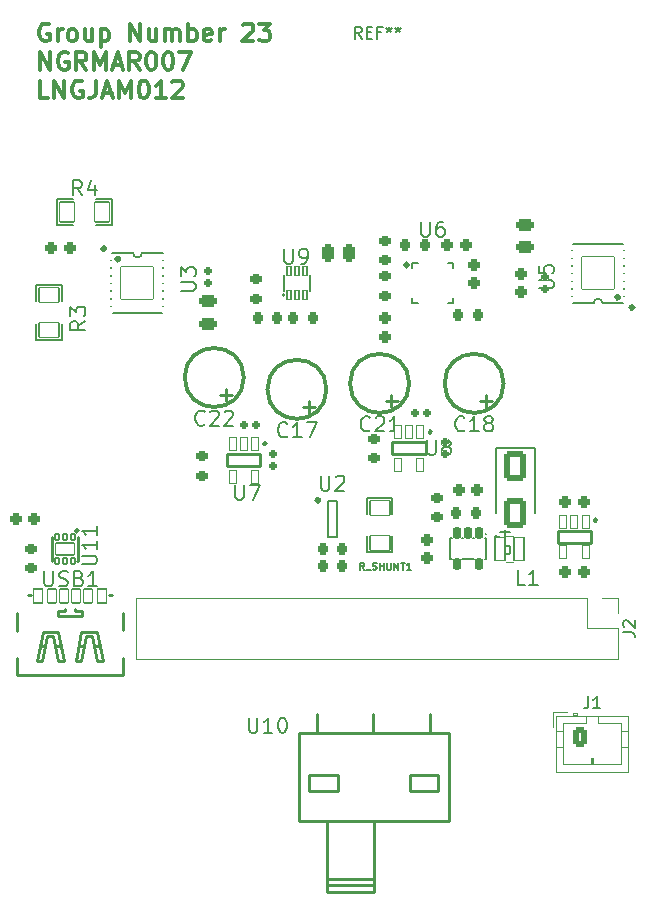
<source format=gbr>
%TF.GenerationSoftware,KiCad,Pcbnew,9.0.0*%
%TF.CreationDate,2025-03-28T12:19:00+02:00*%
%TF.ProjectId,EEE3088F_V1.0,45454533-3038-4384-965f-56312e302e6b,rev?*%
%TF.SameCoordinates,Original*%
%TF.FileFunction,Legend,Top*%
%TF.FilePolarity,Positive*%
%FSLAX46Y46*%
G04 Gerber Fmt 4.6, Leading zero omitted, Abs format (unit mm)*
G04 Created by KiCad (PCBNEW 9.0.0) date 2025-03-28 12:19:00*
%MOMM*%
%LPD*%
G01*
G04 APERTURE LIST*
G04 Aperture macros list*
%AMRoundRect*
0 Rectangle with rounded corners*
0 $1 Rounding radius*
0 $2 $3 $4 $5 $6 $7 $8 $9 X,Y pos of 4 corners*
0 Add a 4 corners polygon primitive as box body*
4,1,4,$2,$3,$4,$5,$6,$7,$8,$9,$2,$3,0*
0 Add four circle primitives for the rounded corners*
1,1,$1+$1,$2,$3*
1,1,$1+$1,$4,$5*
1,1,$1+$1,$6,$7*
1,1,$1+$1,$8,$9*
0 Add four rect primitives between the rounded corners*
20,1,$1+$1,$2,$3,$4,$5,0*
20,1,$1+$1,$4,$5,$6,$7,0*
20,1,$1+$1,$6,$7,$8,$9,0*
20,1,$1+$1,$8,$9,$2,$3,0*%
%AMFreePoly0*
4,1,14,0.885355,0.885355,0.900000,0.850000,0.900000,-0.850000,0.885355,-0.885355,0.850000,-0.900000,-0.425000,-0.900000,-0.460355,-0.885355,-0.885355,-0.460355,-0.900000,-0.425000,-0.900000,0.850000,-0.885355,0.885355,-0.850000,0.900000,0.850000,0.900000,0.885355,0.885355,0.885355,0.885355,$1*%
G04 Aperture macros list end*
%ADD10C,0.300000*%
%ADD11C,0.150000*%
%ADD12C,0.152400*%
%ADD13C,0.254000*%
%ADD14C,0.120000*%
%ADD15C,0.248900*%
%ADD16C,0.101600*%
%ADD17C,0.200000*%
%ADD18C,0.250000*%
%ADD19C,0.152000*%
%ADD20C,3.200000*%
%ADD21RoundRect,0.219000X0.219000X0.294000X-0.219000X0.294000X-0.219000X-0.294000X0.219000X-0.294000X0*%
%ADD22RoundRect,0.150000X0.150000X-0.400000X0.150000X0.400000X-0.150000X0.400000X-0.150000X-0.400000X0*%
%ADD23RoundRect,0.244000X0.244000X0.269000X-0.244000X0.269000X-0.244000X-0.269000X0.244000X-0.269000X0*%
%ADD24RoundRect,0.050800X0.603750X0.850500X-0.603750X0.850500X-0.603750X-0.850500X0.603750X-0.850500X0*%
%ADD25O,1.401600X1.401600*%
%ADD26RoundRect,0.159000X0.189000X-0.159000X0.189000X0.159000X-0.189000X0.159000X-0.189000X-0.159000X0*%
%ADD27O,1.200000X1.750000*%
%ADD28RoundRect,0.250000X-0.350000X-0.625000X0.350000X-0.625000X0.350000X0.625000X-0.350000X0.625000X0*%
%ADD29RoundRect,0.244000X0.269000X-0.244000X0.269000X0.244000X-0.269000X0.244000X-0.269000X-0.244000X0*%
%ADD30RoundRect,0.219000X-0.294000X0.219000X-0.294000X-0.219000X0.294000X-0.219000X0.294000X0.219000X0*%
%ADD31RoundRect,0.050800X0.311150X0.552450X-0.311150X0.552450X-0.311150X-0.552450X0.311150X-0.552450X0*%
%ADD32RoundRect,0.265778X-0.647222X0.332222X-0.647222X-0.332222X0.647222X-0.332222X0.647222X0.332222X0*%
%ADD33RoundRect,0.159000X0.159000X0.189000X-0.159000X0.189000X-0.159000X-0.189000X0.159000X-0.189000X0*%
%ADD34RoundRect,0.050800X-0.425000X-1.000000X0.425000X-1.000000X0.425000X1.000000X-0.425000X1.000000X0*%
%ADD35RoundRect,0.050800X-0.175000X-0.390000X0.175000X-0.390000X0.175000X0.390000X-0.175000X0.390000X0*%
%ADD36RoundRect,0.050800X-0.400000X-0.600000X0.400000X-0.600000X0.400000X0.600000X-0.400000X0.600000X0*%
%ADD37RoundRect,0.050800X-0.350000X-0.600000X0.350000X-0.600000X0.350000X0.600000X-0.350000X0.600000X0*%
%ADD38O,1.201600X1.801600*%
%ADD39RoundRect,0.050800X0.800000X-0.500000X0.800000X0.500000X-0.800000X0.500000X-0.800000X-0.500000X0*%
%ADD40RoundRect,0.050800X-0.175000X-0.250000X0.175000X-0.250000X0.175000X0.250000X-0.175000X0.250000X0*%
%ADD41RoundRect,0.050800X-1.370000X1.370000X-1.370000X-1.370000X1.370000X-1.370000X1.370000X1.370000X0*%
%ADD42O,1.401600X0.451600*%
%ADD43C,0.609600*%
%ADD44RoundRect,0.050800X0.850500X-0.603750X0.850500X0.603750X-0.850500X0.603750X-0.850500X-0.603750X0*%
%ADD45RoundRect,0.260556X-0.677444X1.027444X-0.677444X-1.027444X0.677444X-1.027444X0.677444X1.027444X0*%
%ADD46RoundRect,0.219000X0.294000X-0.219000X0.294000X0.219000X-0.294000X0.219000X-0.294000X-0.219000X0*%
%ADD47RoundRect,0.244000X-0.269000X0.244000X-0.269000X-0.244000X0.269000X-0.244000X0.269000X0.244000X0*%
%ADD48RoundRect,0.265778X0.647222X-0.332222X0.647222X0.332222X-0.647222X0.332222X-0.647222X-0.332222X0*%
%ADD49RoundRect,0.269000X-0.494000X0.269000X-0.494000X-0.269000X0.494000X-0.269000X0.494000X0.269000X0*%
%ADD50O,1.700000X1.700000*%
%ADD51R,1.700000X1.700000*%
%ADD52RoundRect,0.219000X-0.219000X-0.294000X0.219000X-0.294000X0.219000X0.294000X-0.219000X0.294000X0*%
%ADD53RoundRect,0.267317X-0.280683X-0.470683X0.280683X-0.470683X0.280683X0.470683X-0.280683X0.470683X0*%
%ADD54O,1.353600X0.465600*%
%ADD55FreePoly0,270.000000*%
%ADD56O,0.380000X0.950000*%
%ADD57O,0.950000X0.380000*%
%ADD58RoundRect,0.159000X-0.189000X0.159000X-0.189000X-0.159000X0.189000X-0.159000X0.189000X0.159000X0*%
%ADD59RoundRect,0.269000X0.494000X-0.269000X0.494000X0.269000X-0.494000X0.269000X-0.494000X-0.269000X0*%
%ADD60RoundRect,0.050800X-0.850500X0.603750X-0.850500X-0.603750X0.850500X-0.603750X0.850500X0.603750X0*%
%ADD61O,1.800000X3.000000*%
%ADD62RoundRect,0.050800X1.370000X-1.370000X1.370000X1.370000X-1.370000X1.370000X-1.370000X-1.370000X0*%
G04 APERTURE END LIST*
D10*
X63030225Y-192602425D02*
X62887368Y-192530996D01*
X62887368Y-192530996D02*
X62673082Y-192530996D01*
X62673082Y-192530996D02*
X62458796Y-192602425D01*
X62458796Y-192602425D02*
X62315939Y-192745282D01*
X62315939Y-192745282D02*
X62244510Y-192888139D01*
X62244510Y-192888139D02*
X62173082Y-193173853D01*
X62173082Y-193173853D02*
X62173082Y-193388139D01*
X62173082Y-193388139D02*
X62244510Y-193673853D01*
X62244510Y-193673853D02*
X62315939Y-193816710D01*
X62315939Y-193816710D02*
X62458796Y-193959568D01*
X62458796Y-193959568D02*
X62673082Y-194030996D01*
X62673082Y-194030996D02*
X62815939Y-194030996D01*
X62815939Y-194030996D02*
X63030225Y-193959568D01*
X63030225Y-193959568D02*
X63101653Y-193888139D01*
X63101653Y-193888139D02*
X63101653Y-193388139D01*
X63101653Y-193388139D02*
X62815939Y-193388139D01*
X63744510Y-194030996D02*
X63744510Y-193030996D01*
X63744510Y-193316710D02*
X63815939Y-193173853D01*
X63815939Y-193173853D02*
X63887368Y-193102425D01*
X63887368Y-193102425D02*
X64030225Y-193030996D01*
X64030225Y-193030996D02*
X64173082Y-193030996D01*
X64887367Y-194030996D02*
X64744510Y-193959568D01*
X64744510Y-193959568D02*
X64673081Y-193888139D01*
X64673081Y-193888139D02*
X64601653Y-193745282D01*
X64601653Y-193745282D02*
X64601653Y-193316710D01*
X64601653Y-193316710D02*
X64673081Y-193173853D01*
X64673081Y-193173853D02*
X64744510Y-193102425D01*
X64744510Y-193102425D02*
X64887367Y-193030996D01*
X64887367Y-193030996D02*
X65101653Y-193030996D01*
X65101653Y-193030996D02*
X65244510Y-193102425D01*
X65244510Y-193102425D02*
X65315939Y-193173853D01*
X65315939Y-193173853D02*
X65387367Y-193316710D01*
X65387367Y-193316710D02*
X65387367Y-193745282D01*
X65387367Y-193745282D02*
X65315939Y-193888139D01*
X65315939Y-193888139D02*
X65244510Y-193959568D01*
X65244510Y-193959568D02*
X65101653Y-194030996D01*
X65101653Y-194030996D02*
X64887367Y-194030996D01*
X66673082Y-193030996D02*
X66673082Y-194030996D01*
X66030224Y-193030996D02*
X66030224Y-193816710D01*
X66030224Y-193816710D02*
X66101653Y-193959568D01*
X66101653Y-193959568D02*
X66244510Y-194030996D01*
X66244510Y-194030996D02*
X66458796Y-194030996D01*
X66458796Y-194030996D02*
X66601653Y-193959568D01*
X66601653Y-193959568D02*
X66673082Y-193888139D01*
X67387367Y-193030996D02*
X67387367Y-194530996D01*
X67387367Y-193102425D02*
X67530225Y-193030996D01*
X67530225Y-193030996D02*
X67815939Y-193030996D01*
X67815939Y-193030996D02*
X67958796Y-193102425D01*
X67958796Y-193102425D02*
X68030225Y-193173853D01*
X68030225Y-193173853D02*
X68101653Y-193316710D01*
X68101653Y-193316710D02*
X68101653Y-193745282D01*
X68101653Y-193745282D02*
X68030225Y-193888139D01*
X68030225Y-193888139D02*
X67958796Y-193959568D01*
X67958796Y-193959568D02*
X67815939Y-194030996D01*
X67815939Y-194030996D02*
X67530225Y-194030996D01*
X67530225Y-194030996D02*
X67387367Y-193959568D01*
X69887367Y-194030996D02*
X69887367Y-192530996D01*
X69887367Y-192530996D02*
X70744510Y-194030996D01*
X70744510Y-194030996D02*
X70744510Y-192530996D01*
X72101654Y-193030996D02*
X72101654Y-194030996D01*
X71458796Y-193030996D02*
X71458796Y-193816710D01*
X71458796Y-193816710D02*
X71530225Y-193959568D01*
X71530225Y-193959568D02*
X71673082Y-194030996D01*
X71673082Y-194030996D02*
X71887368Y-194030996D01*
X71887368Y-194030996D02*
X72030225Y-193959568D01*
X72030225Y-193959568D02*
X72101654Y-193888139D01*
X72815939Y-194030996D02*
X72815939Y-193030996D01*
X72815939Y-193173853D02*
X72887368Y-193102425D01*
X72887368Y-193102425D02*
X73030225Y-193030996D01*
X73030225Y-193030996D02*
X73244511Y-193030996D01*
X73244511Y-193030996D02*
X73387368Y-193102425D01*
X73387368Y-193102425D02*
X73458797Y-193245282D01*
X73458797Y-193245282D02*
X73458797Y-194030996D01*
X73458797Y-193245282D02*
X73530225Y-193102425D01*
X73530225Y-193102425D02*
X73673082Y-193030996D01*
X73673082Y-193030996D02*
X73887368Y-193030996D01*
X73887368Y-193030996D02*
X74030225Y-193102425D01*
X74030225Y-193102425D02*
X74101654Y-193245282D01*
X74101654Y-193245282D02*
X74101654Y-194030996D01*
X74815939Y-194030996D02*
X74815939Y-192530996D01*
X74815939Y-193102425D02*
X74958797Y-193030996D01*
X74958797Y-193030996D02*
X75244511Y-193030996D01*
X75244511Y-193030996D02*
X75387368Y-193102425D01*
X75387368Y-193102425D02*
X75458797Y-193173853D01*
X75458797Y-193173853D02*
X75530225Y-193316710D01*
X75530225Y-193316710D02*
X75530225Y-193745282D01*
X75530225Y-193745282D02*
X75458797Y-193888139D01*
X75458797Y-193888139D02*
X75387368Y-193959568D01*
X75387368Y-193959568D02*
X75244511Y-194030996D01*
X75244511Y-194030996D02*
X74958797Y-194030996D01*
X74958797Y-194030996D02*
X74815939Y-193959568D01*
X76744511Y-193959568D02*
X76601654Y-194030996D01*
X76601654Y-194030996D02*
X76315940Y-194030996D01*
X76315940Y-194030996D02*
X76173082Y-193959568D01*
X76173082Y-193959568D02*
X76101654Y-193816710D01*
X76101654Y-193816710D02*
X76101654Y-193245282D01*
X76101654Y-193245282D02*
X76173082Y-193102425D01*
X76173082Y-193102425D02*
X76315940Y-193030996D01*
X76315940Y-193030996D02*
X76601654Y-193030996D01*
X76601654Y-193030996D02*
X76744511Y-193102425D01*
X76744511Y-193102425D02*
X76815940Y-193245282D01*
X76815940Y-193245282D02*
X76815940Y-193388139D01*
X76815940Y-193388139D02*
X76101654Y-193530996D01*
X77458796Y-194030996D02*
X77458796Y-193030996D01*
X77458796Y-193316710D02*
X77530225Y-193173853D01*
X77530225Y-193173853D02*
X77601654Y-193102425D01*
X77601654Y-193102425D02*
X77744511Y-193030996D01*
X77744511Y-193030996D02*
X77887368Y-193030996D01*
X79458796Y-192673853D02*
X79530224Y-192602425D01*
X79530224Y-192602425D02*
X79673082Y-192530996D01*
X79673082Y-192530996D02*
X80030224Y-192530996D01*
X80030224Y-192530996D02*
X80173082Y-192602425D01*
X80173082Y-192602425D02*
X80244510Y-192673853D01*
X80244510Y-192673853D02*
X80315939Y-192816710D01*
X80315939Y-192816710D02*
X80315939Y-192959568D01*
X80315939Y-192959568D02*
X80244510Y-193173853D01*
X80244510Y-193173853D02*
X79387367Y-194030996D01*
X79387367Y-194030996D02*
X80315939Y-194030996D01*
X80815938Y-192530996D02*
X81744510Y-192530996D01*
X81744510Y-192530996D02*
X81244510Y-193102425D01*
X81244510Y-193102425D02*
X81458795Y-193102425D01*
X81458795Y-193102425D02*
X81601653Y-193173853D01*
X81601653Y-193173853D02*
X81673081Y-193245282D01*
X81673081Y-193245282D02*
X81744510Y-193388139D01*
X81744510Y-193388139D02*
X81744510Y-193745282D01*
X81744510Y-193745282D02*
X81673081Y-193888139D01*
X81673081Y-193888139D02*
X81601653Y-193959568D01*
X81601653Y-193959568D02*
X81458795Y-194030996D01*
X81458795Y-194030996D02*
X81030224Y-194030996D01*
X81030224Y-194030996D02*
X80887367Y-193959568D01*
X80887367Y-193959568D02*
X80815938Y-193888139D01*
X62244510Y-196445912D02*
X62244510Y-194945912D01*
X62244510Y-194945912D02*
X63101653Y-196445912D01*
X63101653Y-196445912D02*
X63101653Y-194945912D01*
X64601654Y-195017341D02*
X64458797Y-194945912D01*
X64458797Y-194945912D02*
X64244511Y-194945912D01*
X64244511Y-194945912D02*
X64030225Y-195017341D01*
X64030225Y-195017341D02*
X63887368Y-195160198D01*
X63887368Y-195160198D02*
X63815939Y-195303055D01*
X63815939Y-195303055D02*
X63744511Y-195588769D01*
X63744511Y-195588769D02*
X63744511Y-195803055D01*
X63744511Y-195803055D02*
X63815939Y-196088769D01*
X63815939Y-196088769D02*
X63887368Y-196231626D01*
X63887368Y-196231626D02*
X64030225Y-196374484D01*
X64030225Y-196374484D02*
X64244511Y-196445912D01*
X64244511Y-196445912D02*
X64387368Y-196445912D01*
X64387368Y-196445912D02*
X64601654Y-196374484D01*
X64601654Y-196374484D02*
X64673082Y-196303055D01*
X64673082Y-196303055D02*
X64673082Y-195803055D01*
X64673082Y-195803055D02*
X64387368Y-195803055D01*
X66173082Y-196445912D02*
X65673082Y-195731626D01*
X65315939Y-196445912D02*
X65315939Y-194945912D01*
X65315939Y-194945912D02*
X65887368Y-194945912D01*
X65887368Y-194945912D02*
X66030225Y-195017341D01*
X66030225Y-195017341D02*
X66101654Y-195088769D01*
X66101654Y-195088769D02*
X66173082Y-195231626D01*
X66173082Y-195231626D02*
X66173082Y-195445912D01*
X66173082Y-195445912D02*
X66101654Y-195588769D01*
X66101654Y-195588769D02*
X66030225Y-195660198D01*
X66030225Y-195660198D02*
X65887368Y-195731626D01*
X65887368Y-195731626D02*
X65315939Y-195731626D01*
X66815939Y-196445912D02*
X66815939Y-194945912D01*
X66815939Y-194945912D02*
X67315939Y-196017341D01*
X67315939Y-196017341D02*
X67815939Y-194945912D01*
X67815939Y-194945912D02*
X67815939Y-196445912D01*
X68458797Y-196017341D02*
X69173083Y-196017341D01*
X68315940Y-196445912D02*
X68815940Y-194945912D01*
X68815940Y-194945912D02*
X69315940Y-196445912D01*
X70673082Y-196445912D02*
X70173082Y-195731626D01*
X69815939Y-196445912D02*
X69815939Y-194945912D01*
X69815939Y-194945912D02*
X70387368Y-194945912D01*
X70387368Y-194945912D02*
X70530225Y-195017341D01*
X70530225Y-195017341D02*
X70601654Y-195088769D01*
X70601654Y-195088769D02*
X70673082Y-195231626D01*
X70673082Y-195231626D02*
X70673082Y-195445912D01*
X70673082Y-195445912D02*
X70601654Y-195588769D01*
X70601654Y-195588769D02*
X70530225Y-195660198D01*
X70530225Y-195660198D02*
X70387368Y-195731626D01*
X70387368Y-195731626D02*
X69815939Y-195731626D01*
X71601654Y-194945912D02*
X71744511Y-194945912D01*
X71744511Y-194945912D02*
X71887368Y-195017341D01*
X71887368Y-195017341D02*
X71958797Y-195088769D01*
X71958797Y-195088769D02*
X72030225Y-195231626D01*
X72030225Y-195231626D02*
X72101654Y-195517341D01*
X72101654Y-195517341D02*
X72101654Y-195874484D01*
X72101654Y-195874484D02*
X72030225Y-196160198D01*
X72030225Y-196160198D02*
X71958797Y-196303055D01*
X71958797Y-196303055D02*
X71887368Y-196374484D01*
X71887368Y-196374484D02*
X71744511Y-196445912D01*
X71744511Y-196445912D02*
X71601654Y-196445912D01*
X71601654Y-196445912D02*
X71458797Y-196374484D01*
X71458797Y-196374484D02*
X71387368Y-196303055D01*
X71387368Y-196303055D02*
X71315939Y-196160198D01*
X71315939Y-196160198D02*
X71244511Y-195874484D01*
X71244511Y-195874484D02*
X71244511Y-195517341D01*
X71244511Y-195517341D02*
X71315939Y-195231626D01*
X71315939Y-195231626D02*
X71387368Y-195088769D01*
X71387368Y-195088769D02*
X71458797Y-195017341D01*
X71458797Y-195017341D02*
X71601654Y-194945912D01*
X73030225Y-194945912D02*
X73173082Y-194945912D01*
X73173082Y-194945912D02*
X73315939Y-195017341D01*
X73315939Y-195017341D02*
X73387368Y-195088769D01*
X73387368Y-195088769D02*
X73458796Y-195231626D01*
X73458796Y-195231626D02*
X73530225Y-195517341D01*
X73530225Y-195517341D02*
X73530225Y-195874484D01*
X73530225Y-195874484D02*
X73458796Y-196160198D01*
X73458796Y-196160198D02*
X73387368Y-196303055D01*
X73387368Y-196303055D02*
X73315939Y-196374484D01*
X73315939Y-196374484D02*
X73173082Y-196445912D01*
X73173082Y-196445912D02*
X73030225Y-196445912D01*
X73030225Y-196445912D02*
X72887368Y-196374484D01*
X72887368Y-196374484D02*
X72815939Y-196303055D01*
X72815939Y-196303055D02*
X72744510Y-196160198D01*
X72744510Y-196160198D02*
X72673082Y-195874484D01*
X72673082Y-195874484D02*
X72673082Y-195517341D01*
X72673082Y-195517341D02*
X72744510Y-195231626D01*
X72744510Y-195231626D02*
X72815939Y-195088769D01*
X72815939Y-195088769D02*
X72887368Y-195017341D01*
X72887368Y-195017341D02*
X73030225Y-194945912D01*
X74030224Y-194945912D02*
X75030224Y-194945912D01*
X75030224Y-194945912D02*
X74387367Y-196445912D01*
X62958796Y-198860828D02*
X62244510Y-198860828D01*
X62244510Y-198860828D02*
X62244510Y-197360828D01*
X63458796Y-198860828D02*
X63458796Y-197360828D01*
X63458796Y-197360828D02*
X64315939Y-198860828D01*
X64315939Y-198860828D02*
X64315939Y-197360828D01*
X65815940Y-197432257D02*
X65673083Y-197360828D01*
X65673083Y-197360828D02*
X65458797Y-197360828D01*
X65458797Y-197360828D02*
X65244511Y-197432257D01*
X65244511Y-197432257D02*
X65101654Y-197575114D01*
X65101654Y-197575114D02*
X65030225Y-197717971D01*
X65030225Y-197717971D02*
X64958797Y-198003685D01*
X64958797Y-198003685D02*
X64958797Y-198217971D01*
X64958797Y-198217971D02*
X65030225Y-198503685D01*
X65030225Y-198503685D02*
X65101654Y-198646542D01*
X65101654Y-198646542D02*
X65244511Y-198789400D01*
X65244511Y-198789400D02*
X65458797Y-198860828D01*
X65458797Y-198860828D02*
X65601654Y-198860828D01*
X65601654Y-198860828D02*
X65815940Y-198789400D01*
X65815940Y-198789400D02*
X65887368Y-198717971D01*
X65887368Y-198717971D02*
X65887368Y-198217971D01*
X65887368Y-198217971D02*
X65601654Y-198217971D01*
X66958797Y-197360828D02*
X66958797Y-198432257D01*
X66958797Y-198432257D02*
X66887368Y-198646542D01*
X66887368Y-198646542D02*
X66744511Y-198789400D01*
X66744511Y-198789400D02*
X66530225Y-198860828D01*
X66530225Y-198860828D02*
X66387368Y-198860828D01*
X67601654Y-198432257D02*
X68315940Y-198432257D01*
X67458797Y-198860828D02*
X67958797Y-197360828D01*
X67958797Y-197360828D02*
X68458797Y-198860828D01*
X68958796Y-198860828D02*
X68958796Y-197360828D01*
X68958796Y-197360828D02*
X69458796Y-198432257D01*
X69458796Y-198432257D02*
X69958796Y-197360828D01*
X69958796Y-197360828D02*
X69958796Y-198860828D01*
X70958797Y-197360828D02*
X71101654Y-197360828D01*
X71101654Y-197360828D02*
X71244511Y-197432257D01*
X71244511Y-197432257D02*
X71315940Y-197503685D01*
X71315940Y-197503685D02*
X71387368Y-197646542D01*
X71387368Y-197646542D02*
X71458797Y-197932257D01*
X71458797Y-197932257D02*
X71458797Y-198289400D01*
X71458797Y-198289400D02*
X71387368Y-198575114D01*
X71387368Y-198575114D02*
X71315940Y-198717971D01*
X71315940Y-198717971D02*
X71244511Y-198789400D01*
X71244511Y-198789400D02*
X71101654Y-198860828D01*
X71101654Y-198860828D02*
X70958797Y-198860828D01*
X70958797Y-198860828D02*
X70815940Y-198789400D01*
X70815940Y-198789400D02*
X70744511Y-198717971D01*
X70744511Y-198717971D02*
X70673082Y-198575114D01*
X70673082Y-198575114D02*
X70601654Y-198289400D01*
X70601654Y-198289400D02*
X70601654Y-197932257D01*
X70601654Y-197932257D02*
X70673082Y-197646542D01*
X70673082Y-197646542D02*
X70744511Y-197503685D01*
X70744511Y-197503685D02*
X70815940Y-197432257D01*
X70815940Y-197432257D02*
X70958797Y-197360828D01*
X72887368Y-198860828D02*
X72030225Y-198860828D01*
X72458796Y-198860828D02*
X72458796Y-197360828D01*
X72458796Y-197360828D02*
X72315939Y-197575114D01*
X72315939Y-197575114D02*
X72173082Y-197717971D01*
X72173082Y-197717971D02*
X72030225Y-197789400D01*
X73458796Y-197503685D02*
X73530224Y-197432257D01*
X73530224Y-197432257D02*
X73673082Y-197360828D01*
X73673082Y-197360828D02*
X74030224Y-197360828D01*
X74030224Y-197360828D02*
X74173082Y-197432257D01*
X74173082Y-197432257D02*
X74244510Y-197503685D01*
X74244510Y-197503685D02*
X74315939Y-197646542D01*
X74315939Y-197646542D02*
X74315939Y-197789400D01*
X74315939Y-197789400D02*
X74244510Y-198003685D01*
X74244510Y-198003685D02*
X73387367Y-198860828D01*
X73387367Y-198860828D02*
X74315939Y-198860828D01*
D11*
X89476666Y-193804819D02*
X89143333Y-193328628D01*
X88905238Y-193804819D02*
X88905238Y-192804819D01*
X88905238Y-192804819D02*
X89286190Y-192804819D01*
X89286190Y-192804819D02*
X89381428Y-192852438D01*
X89381428Y-192852438D02*
X89429047Y-192900057D01*
X89429047Y-192900057D02*
X89476666Y-192995295D01*
X89476666Y-192995295D02*
X89476666Y-193138152D01*
X89476666Y-193138152D02*
X89429047Y-193233390D01*
X89429047Y-193233390D02*
X89381428Y-193281009D01*
X89381428Y-193281009D02*
X89286190Y-193328628D01*
X89286190Y-193328628D02*
X88905238Y-193328628D01*
X89905238Y-193281009D02*
X90238571Y-193281009D01*
X90381428Y-193804819D02*
X89905238Y-193804819D01*
X89905238Y-193804819D02*
X89905238Y-192804819D01*
X89905238Y-192804819D02*
X90381428Y-192804819D01*
X91143333Y-193281009D02*
X90810000Y-193281009D01*
X90810000Y-193804819D02*
X90810000Y-192804819D01*
X90810000Y-192804819D02*
X91286190Y-192804819D01*
X91810000Y-192804819D02*
X91810000Y-193042914D01*
X91571905Y-192947676D02*
X91810000Y-193042914D01*
X91810000Y-193042914D02*
X92048095Y-192947676D01*
X91667143Y-193233390D02*
X91810000Y-193042914D01*
X91810000Y-193042914D02*
X91952857Y-193233390D01*
X92571905Y-192804819D02*
X92571905Y-193042914D01*
X92333810Y-192947676D02*
X92571905Y-193042914D01*
X92571905Y-193042914D02*
X92810000Y-192947676D01*
X92429048Y-193233390D02*
X92571905Y-193042914D01*
X92571905Y-193042914D02*
X92714762Y-193233390D01*
X65788333Y-207079726D02*
X65364999Y-206474964D01*
X65062618Y-207079726D02*
X65062618Y-205809726D01*
X65062618Y-205809726D02*
X65546428Y-205809726D01*
X65546428Y-205809726D02*
X65667380Y-205870202D01*
X65667380Y-205870202D02*
X65727857Y-205930678D01*
X65727857Y-205930678D02*
X65788333Y-206051630D01*
X65788333Y-206051630D02*
X65788333Y-206233059D01*
X65788333Y-206233059D02*
X65727857Y-206354011D01*
X65727857Y-206354011D02*
X65667380Y-206414488D01*
X65667380Y-206414488D02*
X65546428Y-206474964D01*
X65546428Y-206474964D02*
X65062618Y-206474964D01*
X66876904Y-206233059D02*
X66876904Y-207079726D01*
X66574523Y-205749250D02*
X66272142Y-206656392D01*
X66272142Y-206656392D02*
X67058333Y-206656392D01*
X76183571Y-226443873D02*
X76123095Y-226504350D01*
X76123095Y-226504350D02*
X75941666Y-226564826D01*
X75941666Y-226564826D02*
X75820714Y-226564826D01*
X75820714Y-226564826D02*
X75639285Y-226504350D01*
X75639285Y-226504350D02*
X75518333Y-226383397D01*
X75518333Y-226383397D02*
X75457856Y-226262445D01*
X75457856Y-226262445D02*
X75397380Y-226020540D01*
X75397380Y-226020540D02*
X75397380Y-225839111D01*
X75397380Y-225839111D02*
X75457856Y-225597207D01*
X75457856Y-225597207D02*
X75518333Y-225476254D01*
X75518333Y-225476254D02*
X75639285Y-225355302D01*
X75639285Y-225355302D02*
X75820714Y-225294826D01*
X75820714Y-225294826D02*
X75941666Y-225294826D01*
X75941666Y-225294826D02*
X76123095Y-225355302D01*
X76123095Y-225355302D02*
X76183571Y-225415778D01*
X76667380Y-225415778D02*
X76727856Y-225355302D01*
X76727856Y-225355302D02*
X76848809Y-225294826D01*
X76848809Y-225294826D02*
X77151190Y-225294826D01*
X77151190Y-225294826D02*
X77272142Y-225355302D01*
X77272142Y-225355302D02*
X77332618Y-225415778D01*
X77332618Y-225415778D02*
X77393095Y-225536730D01*
X77393095Y-225536730D02*
X77393095Y-225657683D01*
X77393095Y-225657683D02*
X77332618Y-225839111D01*
X77332618Y-225839111D02*
X76606904Y-226564826D01*
X76606904Y-226564826D02*
X77393095Y-226564826D01*
X77876904Y-225415778D02*
X77937380Y-225355302D01*
X77937380Y-225355302D02*
X78058333Y-225294826D01*
X78058333Y-225294826D02*
X78360714Y-225294826D01*
X78360714Y-225294826D02*
X78481666Y-225355302D01*
X78481666Y-225355302D02*
X78542142Y-225415778D01*
X78542142Y-225415778D02*
X78602619Y-225536730D01*
X78602619Y-225536730D02*
X78602619Y-225657683D01*
X78602619Y-225657683D02*
X78542142Y-225839111D01*
X78542142Y-225839111D02*
X77816428Y-226564826D01*
X77816428Y-226564826D02*
X78602619Y-226564826D01*
X108666666Y-249504819D02*
X108666666Y-250219104D01*
X108666666Y-250219104D02*
X108619047Y-250361961D01*
X108619047Y-250361961D02*
X108523809Y-250457200D01*
X108523809Y-250457200D02*
X108380952Y-250504819D01*
X108380952Y-250504819D02*
X108285714Y-250504819D01*
X109666666Y-250504819D02*
X109095238Y-250504819D01*
X109380952Y-250504819D02*
X109380952Y-249504819D01*
X109380952Y-249504819D02*
X109285714Y-249647676D01*
X109285714Y-249647676D02*
X109190476Y-249742914D01*
X109190476Y-249742914D02*
X109095238Y-249790533D01*
X83183571Y-227443873D02*
X83123095Y-227504350D01*
X83123095Y-227504350D02*
X82941666Y-227564826D01*
X82941666Y-227564826D02*
X82820714Y-227564826D01*
X82820714Y-227564826D02*
X82639285Y-227504350D01*
X82639285Y-227504350D02*
X82518333Y-227383397D01*
X82518333Y-227383397D02*
X82457856Y-227262445D01*
X82457856Y-227262445D02*
X82397380Y-227020540D01*
X82397380Y-227020540D02*
X82397380Y-226839111D01*
X82397380Y-226839111D02*
X82457856Y-226597207D01*
X82457856Y-226597207D02*
X82518333Y-226476254D01*
X82518333Y-226476254D02*
X82639285Y-226355302D01*
X82639285Y-226355302D02*
X82820714Y-226294826D01*
X82820714Y-226294826D02*
X82941666Y-226294826D01*
X82941666Y-226294826D02*
X83123095Y-226355302D01*
X83123095Y-226355302D02*
X83183571Y-226415778D01*
X84393095Y-227564826D02*
X83667380Y-227564826D01*
X84030237Y-227564826D02*
X84030237Y-226294826D01*
X84030237Y-226294826D02*
X83909285Y-226476254D01*
X83909285Y-226476254D02*
X83788333Y-226597207D01*
X83788333Y-226597207D02*
X83667380Y-226657683D01*
X84816428Y-226294826D02*
X85663095Y-226294826D01*
X85663095Y-226294826D02*
X85118809Y-227564826D01*
X95032380Y-227809726D02*
X95032380Y-228837821D01*
X95032380Y-228837821D02*
X95092857Y-228958773D01*
X95092857Y-228958773D02*
X95153333Y-229019250D01*
X95153333Y-229019250D02*
X95274285Y-229079726D01*
X95274285Y-229079726D02*
X95516190Y-229079726D01*
X95516190Y-229079726D02*
X95637142Y-229019250D01*
X95637142Y-229019250D02*
X95697619Y-228958773D01*
X95697619Y-228958773D02*
X95758095Y-228837821D01*
X95758095Y-228837821D02*
X95758095Y-227809726D01*
X96544285Y-228354011D02*
X96423333Y-228293535D01*
X96423333Y-228293535D02*
X96362856Y-228233059D01*
X96362856Y-228233059D02*
X96302380Y-228112107D01*
X96302380Y-228112107D02*
X96302380Y-228051630D01*
X96302380Y-228051630D02*
X96362856Y-227930678D01*
X96362856Y-227930678D02*
X96423333Y-227870202D01*
X96423333Y-227870202D02*
X96544285Y-227809726D01*
X96544285Y-227809726D02*
X96786190Y-227809726D01*
X96786190Y-227809726D02*
X96907142Y-227870202D01*
X96907142Y-227870202D02*
X96967618Y-227930678D01*
X96967618Y-227930678D02*
X97028095Y-228051630D01*
X97028095Y-228051630D02*
X97028095Y-228112107D01*
X97028095Y-228112107D02*
X96967618Y-228233059D01*
X96967618Y-228233059D02*
X96907142Y-228293535D01*
X96907142Y-228293535D02*
X96786190Y-228354011D01*
X96786190Y-228354011D02*
X96544285Y-228354011D01*
X96544285Y-228354011D02*
X96423333Y-228414488D01*
X96423333Y-228414488D02*
X96362856Y-228474964D01*
X96362856Y-228474964D02*
X96302380Y-228595916D01*
X96302380Y-228595916D02*
X96302380Y-228837821D01*
X96302380Y-228837821D02*
X96362856Y-228958773D01*
X96362856Y-228958773D02*
X96423333Y-229019250D01*
X96423333Y-229019250D02*
X96544285Y-229079726D01*
X96544285Y-229079726D02*
X96786190Y-229079726D01*
X96786190Y-229079726D02*
X96907142Y-229019250D01*
X96907142Y-229019250D02*
X96967618Y-228958773D01*
X96967618Y-228958773D02*
X97028095Y-228837821D01*
X97028095Y-228837821D02*
X97028095Y-228595916D01*
X97028095Y-228595916D02*
X96967618Y-228474964D01*
X96967618Y-228474964D02*
X96907142Y-228414488D01*
X96907142Y-228414488D02*
X96786190Y-228354011D01*
X90183571Y-226943873D02*
X90123095Y-227004350D01*
X90123095Y-227004350D02*
X89941666Y-227064826D01*
X89941666Y-227064826D02*
X89820714Y-227064826D01*
X89820714Y-227064826D02*
X89639285Y-227004350D01*
X89639285Y-227004350D02*
X89518333Y-226883397D01*
X89518333Y-226883397D02*
X89457856Y-226762445D01*
X89457856Y-226762445D02*
X89397380Y-226520540D01*
X89397380Y-226520540D02*
X89397380Y-226339111D01*
X89397380Y-226339111D02*
X89457856Y-226097207D01*
X89457856Y-226097207D02*
X89518333Y-225976254D01*
X89518333Y-225976254D02*
X89639285Y-225855302D01*
X89639285Y-225855302D02*
X89820714Y-225794826D01*
X89820714Y-225794826D02*
X89941666Y-225794826D01*
X89941666Y-225794826D02*
X90123095Y-225855302D01*
X90123095Y-225855302D02*
X90183571Y-225915778D01*
X90667380Y-225915778D02*
X90727856Y-225855302D01*
X90727856Y-225855302D02*
X90848809Y-225794826D01*
X90848809Y-225794826D02*
X91151190Y-225794826D01*
X91151190Y-225794826D02*
X91272142Y-225855302D01*
X91272142Y-225855302D02*
X91332618Y-225915778D01*
X91332618Y-225915778D02*
X91393095Y-226036730D01*
X91393095Y-226036730D02*
X91393095Y-226157683D01*
X91393095Y-226157683D02*
X91332618Y-226339111D01*
X91332618Y-226339111D02*
X90606904Y-227064826D01*
X90606904Y-227064826D02*
X91393095Y-227064826D01*
X92602619Y-227064826D02*
X91876904Y-227064826D01*
X92239761Y-227064826D02*
X92239761Y-225794826D01*
X92239761Y-225794826D02*
X92118809Y-225976254D01*
X92118809Y-225976254D02*
X91997857Y-226097207D01*
X91997857Y-226097207D02*
X91876904Y-226157683D01*
X103288333Y-240079726D02*
X102683571Y-240079726D01*
X102683571Y-240079726D02*
X102683571Y-238809726D01*
X104376905Y-240079726D02*
X103651190Y-240079726D01*
X104014047Y-240079726D02*
X104014047Y-238809726D01*
X104014047Y-238809726D02*
X103893095Y-238991154D01*
X103893095Y-238991154D02*
X103772143Y-239112107D01*
X103772143Y-239112107D02*
X103651190Y-239172583D01*
X82937030Y-211594626D02*
X82937030Y-212622721D01*
X82937030Y-212622721D02*
X82997507Y-212743673D01*
X82997507Y-212743673D02*
X83057983Y-212804150D01*
X83057983Y-212804150D02*
X83178935Y-212864626D01*
X83178935Y-212864626D02*
X83420840Y-212864626D01*
X83420840Y-212864626D02*
X83541792Y-212804150D01*
X83541792Y-212804150D02*
X83602269Y-212743673D01*
X83602269Y-212743673D02*
X83662745Y-212622721D01*
X83662745Y-212622721D02*
X83662745Y-211594626D01*
X84327983Y-212864626D02*
X84569887Y-212864626D01*
X84569887Y-212864626D02*
X84690840Y-212804150D01*
X84690840Y-212804150D02*
X84751316Y-212743673D01*
X84751316Y-212743673D02*
X84872268Y-212562245D01*
X84872268Y-212562245D02*
X84932745Y-212320340D01*
X84932745Y-212320340D02*
X84932745Y-211836530D01*
X84932745Y-211836530D02*
X84872268Y-211715578D01*
X84872268Y-211715578D02*
X84811792Y-211655102D01*
X84811792Y-211655102D02*
X84690840Y-211594626D01*
X84690840Y-211594626D02*
X84448935Y-211594626D01*
X84448935Y-211594626D02*
X84327983Y-211655102D01*
X84327983Y-211655102D02*
X84267506Y-211715578D01*
X84267506Y-211715578D02*
X84207030Y-211836530D01*
X84207030Y-211836530D02*
X84207030Y-212138911D01*
X84207030Y-212138911D02*
X84267506Y-212259864D01*
X84267506Y-212259864D02*
X84327983Y-212320340D01*
X84327983Y-212320340D02*
X84448935Y-212380816D01*
X84448935Y-212380816D02*
X84690840Y-212380816D01*
X84690840Y-212380816D02*
X84811792Y-212320340D01*
X84811792Y-212320340D02*
X84872268Y-212259864D01*
X84872268Y-212259864D02*
X84932745Y-212138911D01*
X62592718Y-238912426D02*
X62592718Y-239940521D01*
X62592718Y-239940521D02*
X62653195Y-240061473D01*
X62653195Y-240061473D02*
X62713671Y-240121950D01*
X62713671Y-240121950D02*
X62834623Y-240182426D01*
X62834623Y-240182426D02*
X63076528Y-240182426D01*
X63076528Y-240182426D02*
X63197480Y-240121950D01*
X63197480Y-240121950D02*
X63257957Y-240061473D01*
X63257957Y-240061473D02*
X63318433Y-239940521D01*
X63318433Y-239940521D02*
X63318433Y-238912426D01*
X63862718Y-240121950D02*
X64044147Y-240182426D01*
X64044147Y-240182426D02*
X64346528Y-240182426D01*
X64346528Y-240182426D02*
X64467480Y-240121950D01*
X64467480Y-240121950D02*
X64527956Y-240061473D01*
X64527956Y-240061473D02*
X64588433Y-239940521D01*
X64588433Y-239940521D02*
X64588433Y-239819569D01*
X64588433Y-239819569D02*
X64527956Y-239698616D01*
X64527956Y-239698616D02*
X64467480Y-239638140D01*
X64467480Y-239638140D02*
X64346528Y-239577664D01*
X64346528Y-239577664D02*
X64104623Y-239517188D01*
X64104623Y-239517188D02*
X63983671Y-239456711D01*
X63983671Y-239456711D02*
X63923194Y-239396235D01*
X63923194Y-239396235D02*
X63862718Y-239275283D01*
X63862718Y-239275283D02*
X63862718Y-239154330D01*
X63862718Y-239154330D02*
X63923194Y-239033378D01*
X63923194Y-239033378D02*
X63983671Y-238972902D01*
X63983671Y-238972902D02*
X64104623Y-238912426D01*
X64104623Y-238912426D02*
X64407004Y-238912426D01*
X64407004Y-238912426D02*
X64588433Y-238972902D01*
X65556052Y-239517188D02*
X65737480Y-239577664D01*
X65737480Y-239577664D02*
X65797957Y-239638140D01*
X65797957Y-239638140D02*
X65858433Y-239759092D01*
X65858433Y-239759092D02*
X65858433Y-239940521D01*
X65858433Y-239940521D02*
X65797957Y-240061473D01*
X65797957Y-240061473D02*
X65737480Y-240121950D01*
X65737480Y-240121950D02*
X65616528Y-240182426D01*
X65616528Y-240182426D02*
X65132718Y-240182426D01*
X65132718Y-240182426D02*
X65132718Y-238912426D01*
X65132718Y-238912426D02*
X65556052Y-238912426D01*
X65556052Y-238912426D02*
X65677004Y-238972902D01*
X65677004Y-238972902D02*
X65737480Y-239033378D01*
X65737480Y-239033378D02*
X65797957Y-239154330D01*
X65797957Y-239154330D02*
X65797957Y-239275283D01*
X65797957Y-239275283D02*
X65737480Y-239396235D01*
X65737480Y-239396235D02*
X65677004Y-239456711D01*
X65677004Y-239456711D02*
X65556052Y-239517188D01*
X65556052Y-239517188D02*
X65132718Y-239517188D01*
X67067957Y-240182426D02*
X66342242Y-240182426D01*
X66705099Y-240182426D02*
X66705099Y-238912426D01*
X66705099Y-238912426D02*
X66584147Y-239093854D01*
X66584147Y-239093854D02*
X66463195Y-239214807D01*
X66463195Y-239214807D02*
X66342242Y-239275283D01*
X65762726Y-238309381D02*
X66790821Y-238309381D01*
X66790821Y-238309381D02*
X66911773Y-238248904D01*
X66911773Y-238248904D02*
X66972250Y-238188428D01*
X66972250Y-238188428D02*
X67032726Y-238067476D01*
X67032726Y-238067476D02*
X67032726Y-237825571D01*
X67032726Y-237825571D02*
X66972250Y-237704619D01*
X66972250Y-237704619D02*
X66911773Y-237644142D01*
X66911773Y-237644142D02*
X66790821Y-237583666D01*
X66790821Y-237583666D02*
X65762726Y-237583666D01*
X67032726Y-236313666D02*
X67032726Y-237039381D01*
X67032726Y-236676524D02*
X65762726Y-236676524D01*
X65762726Y-236676524D02*
X65944154Y-236797476D01*
X65944154Y-236797476D02*
X66065107Y-236918428D01*
X66065107Y-236918428D02*
X66125583Y-237039381D01*
X67032726Y-235104142D02*
X67032726Y-235829857D01*
X67032726Y-235467000D02*
X65762726Y-235467000D01*
X65762726Y-235467000D02*
X65944154Y-235587952D01*
X65944154Y-235587952D02*
X66065107Y-235708904D01*
X66065107Y-235708904D02*
X66125583Y-235829857D01*
X74144726Y-215156019D02*
X75172821Y-215156019D01*
X75172821Y-215156019D02*
X75293773Y-215095542D01*
X75293773Y-215095542D02*
X75354250Y-215035066D01*
X75354250Y-215035066D02*
X75414726Y-214914114D01*
X75414726Y-214914114D02*
X75414726Y-214672209D01*
X75414726Y-214672209D02*
X75354250Y-214551257D01*
X75354250Y-214551257D02*
X75293773Y-214490780D01*
X75293773Y-214490780D02*
X75172821Y-214430304D01*
X75172821Y-214430304D02*
X74144726Y-214430304D01*
X74144726Y-213946495D02*
X74144726Y-213160304D01*
X74144726Y-213160304D02*
X74628535Y-213583638D01*
X74628535Y-213583638D02*
X74628535Y-213402209D01*
X74628535Y-213402209D02*
X74689011Y-213281257D01*
X74689011Y-213281257D02*
X74749488Y-213220781D01*
X74749488Y-213220781D02*
X74870440Y-213160304D01*
X74870440Y-213160304D02*
X75172821Y-213160304D01*
X75172821Y-213160304D02*
X75293773Y-213220781D01*
X75293773Y-213220781D02*
X75354250Y-213281257D01*
X75354250Y-213281257D02*
X75414726Y-213402209D01*
X75414726Y-213402209D02*
X75414726Y-213765066D01*
X75414726Y-213765066D02*
X75354250Y-213886019D01*
X75354250Y-213886019D02*
X75293773Y-213946495D01*
X66079726Y-217711666D02*
X65474964Y-218135000D01*
X66079726Y-218437381D02*
X64809726Y-218437381D01*
X64809726Y-218437381D02*
X64809726Y-217953571D01*
X64809726Y-217953571D02*
X64870202Y-217832619D01*
X64870202Y-217832619D02*
X64930678Y-217772142D01*
X64930678Y-217772142D02*
X65051630Y-217711666D01*
X65051630Y-217711666D02*
X65233059Y-217711666D01*
X65233059Y-217711666D02*
X65354011Y-217772142D01*
X65354011Y-217772142D02*
X65414488Y-217832619D01*
X65414488Y-217832619D02*
X65474964Y-217953571D01*
X65474964Y-217953571D02*
X65474964Y-218437381D01*
X64809726Y-217288333D02*
X64809726Y-216502142D01*
X64809726Y-216502142D02*
X65293535Y-216925476D01*
X65293535Y-216925476D02*
X65293535Y-216744047D01*
X65293535Y-216744047D02*
X65354011Y-216623095D01*
X65354011Y-216623095D02*
X65414488Y-216562619D01*
X65414488Y-216562619D02*
X65535440Y-216502142D01*
X65535440Y-216502142D02*
X65837821Y-216502142D01*
X65837821Y-216502142D02*
X65958773Y-216562619D01*
X65958773Y-216562619D02*
X66019250Y-216623095D01*
X66019250Y-216623095D02*
X66079726Y-216744047D01*
X66079726Y-216744047D02*
X66079726Y-217106904D01*
X66079726Y-217106904D02*
X66019250Y-217227857D01*
X66019250Y-217227857D02*
X65958773Y-217288333D01*
X100809726Y-237467619D02*
X101837821Y-237467619D01*
X101837821Y-237467619D02*
X101958773Y-237407142D01*
X101958773Y-237407142D02*
X102019250Y-237346666D01*
X102019250Y-237346666D02*
X102079726Y-237225714D01*
X102079726Y-237225714D02*
X102079726Y-236983809D01*
X102079726Y-236983809D02*
X102019250Y-236862857D01*
X102019250Y-236862857D02*
X101958773Y-236802380D01*
X101958773Y-236802380D02*
X101837821Y-236741904D01*
X101837821Y-236741904D02*
X100809726Y-236741904D01*
X101233059Y-235592857D02*
X102079726Y-235592857D01*
X100749250Y-235895238D02*
X101656392Y-236197619D01*
X101656392Y-236197619D02*
X101656392Y-235411428D01*
X111604819Y-244063333D02*
X112319104Y-244063333D01*
X112319104Y-244063333D02*
X112461961Y-244110952D01*
X112461961Y-244110952D02*
X112557200Y-244206190D01*
X112557200Y-244206190D02*
X112604819Y-244349047D01*
X112604819Y-244349047D02*
X112604819Y-244444285D01*
X111700057Y-243634761D02*
X111652438Y-243587142D01*
X111652438Y-243587142D02*
X111604819Y-243491904D01*
X111604819Y-243491904D02*
X111604819Y-243253809D01*
X111604819Y-243253809D02*
X111652438Y-243158571D01*
X111652438Y-243158571D02*
X111700057Y-243110952D01*
X111700057Y-243110952D02*
X111795295Y-243063333D01*
X111795295Y-243063333D02*
X111890533Y-243063333D01*
X111890533Y-243063333D02*
X112033390Y-243110952D01*
X112033390Y-243110952D02*
X112604819Y-243682380D01*
X112604819Y-243682380D02*
X112604819Y-243063333D01*
X86032380Y-230809726D02*
X86032380Y-231837821D01*
X86032380Y-231837821D02*
X86092857Y-231958773D01*
X86092857Y-231958773D02*
X86153333Y-232019250D01*
X86153333Y-232019250D02*
X86274285Y-232079726D01*
X86274285Y-232079726D02*
X86516190Y-232079726D01*
X86516190Y-232079726D02*
X86637142Y-232019250D01*
X86637142Y-232019250D02*
X86697619Y-231958773D01*
X86697619Y-231958773D02*
X86758095Y-231837821D01*
X86758095Y-231837821D02*
X86758095Y-230809726D01*
X87302380Y-230930678D02*
X87362856Y-230870202D01*
X87362856Y-230870202D02*
X87483809Y-230809726D01*
X87483809Y-230809726D02*
X87786190Y-230809726D01*
X87786190Y-230809726D02*
X87907142Y-230870202D01*
X87907142Y-230870202D02*
X87967618Y-230930678D01*
X87967618Y-230930678D02*
X88028095Y-231051630D01*
X88028095Y-231051630D02*
X88028095Y-231172583D01*
X88028095Y-231172583D02*
X87967618Y-231354011D01*
X87967618Y-231354011D02*
X87241904Y-232079726D01*
X87241904Y-232079726D02*
X88028095Y-232079726D01*
X94532380Y-209309726D02*
X94532380Y-210337821D01*
X94532380Y-210337821D02*
X94592857Y-210458773D01*
X94592857Y-210458773D02*
X94653333Y-210519250D01*
X94653333Y-210519250D02*
X94774285Y-210579726D01*
X94774285Y-210579726D02*
X95016190Y-210579726D01*
X95016190Y-210579726D02*
X95137142Y-210519250D01*
X95137142Y-210519250D02*
X95197619Y-210458773D01*
X95197619Y-210458773D02*
X95258095Y-210337821D01*
X95258095Y-210337821D02*
X95258095Y-209309726D01*
X96407142Y-209309726D02*
X96165237Y-209309726D01*
X96165237Y-209309726D02*
X96044285Y-209370202D01*
X96044285Y-209370202D02*
X95983809Y-209430678D01*
X95983809Y-209430678D02*
X95862856Y-209612107D01*
X95862856Y-209612107D02*
X95802380Y-209854011D01*
X95802380Y-209854011D02*
X95802380Y-210337821D01*
X95802380Y-210337821D02*
X95862856Y-210458773D01*
X95862856Y-210458773D02*
X95923333Y-210519250D01*
X95923333Y-210519250D02*
X96044285Y-210579726D01*
X96044285Y-210579726D02*
X96286190Y-210579726D01*
X96286190Y-210579726D02*
X96407142Y-210519250D01*
X96407142Y-210519250D02*
X96467618Y-210458773D01*
X96467618Y-210458773D02*
X96528095Y-210337821D01*
X96528095Y-210337821D02*
X96528095Y-210035440D01*
X96528095Y-210035440D02*
X96467618Y-209914488D01*
X96467618Y-209914488D02*
X96407142Y-209854011D01*
X96407142Y-209854011D02*
X96286190Y-209793535D01*
X96286190Y-209793535D02*
X96044285Y-209793535D01*
X96044285Y-209793535D02*
X95923333Y-209854011D01*
X95923333Y-209854011D02*
X95862856Y-209914488D01*
X95862856Y-209914488D02*
X95802380Y-210035440D01*
X78776259Y-231594176D02*
X78776259Y-232622271D01*
X78776259Y-232622271D02*
X78836736Y-232743223D01*
X78836736Y-232743223D02*
X78897212Y-232803700D01*
X78897212Y-232803700D02*
X79018164Y-232864176D01*
X79018164Y-232864176D02*
X79260069Y-232864176D01*
X79260069Y-232864176D02*
X79381021Y-232803700D01*
X79381021Y-232803700D02*
X79441498Y-232743223D01*
X79441498Y-232743223D02*
X79501974Y-232622271D01*
X79501974Y-232622271D02*
X79501974Y-231594176D01*
X79985783Y-231594176D02*
X80832450Y-231594176D01*
X80832450Y-231594176D02*
X80288164Y-232864176D01*
X89714286Y-238769771D02*
X89514286Y-238484057D01*
X89371429Y-238769771D02*
X89371429Y-238169771D01*
X89371429Y-238169771D02*
X89600000Y-238169771D01*
X89600000Y-238169771D02*
X89657143Y-238198342D01*
X89657143Y-238198342D02*
X89685714Y-238226914D01*
X89685714Y-238226914D02*
X89714286Y-238284057D01*
X89714286Y-238284057D02*
X89714286Y-238369771D01*
X89714286Y-238369771D02*
X89685714Y-238426914D01*
X89685714Y-238426914D02*
X89657143Y-238455485D01*
X89657143Y-238455485D02*
X89600000Y-238484057D01*
X89600000Y-238484057D02*
X89371429Y-238484057D01*
X89828572Y-238826914D02*
X90285714Y-238826914D01*
X90400000Y-238741200D02*
X90485715Y-238769771D01*
X90485715Y-238769771D02*
X90628572Y-238769771D01*
X90628572Y-238769771D02*
X90685715Y-238741200D01*
X90685715Y-238741200D02*
X90714286Y-238712628D01*
X90714286Y-238712628D02*
X90742857Y-238655485D01*
X90742857Y-238655485D02*
X90742857Y-238598342D01*
X90742857Y-238598342D02*
X90714286Y-238541200D01*
X90714286Y-238541200D02*
X90685715Y-238512628D01*
X90685715Y-238512628D02*
X90628572Y-238484057D01*
X90628572Y-238484057D02*
X90514286Y-238455485D01*
X90514286Y-238455485D02*
X90457143Y-238426914D01*
X90457143Y-238426914D02*
X90428572Y-238398342D01*
X90428572Y-238398342D02*
X90400000Y-238341200D01*
X90400000Y-238341200D02*
X90400000Y-238284057D01*
X90400000Y-238284057D02*
X90428572Y-238226914D01*
X90428572Y-238226914D02*
X90457143Y-238198342D01*
X90457143Y-238198342D02*
X90514286Y-238169771D01*
X90514286Y-238169771D02*
X90657143Y-238169771D01*
X90657143Y-238169771D02*
X90742857Y-238198342D01*
X91000001Y-238769771D02*
X91000001Y-238169771D01*
X91000001Y-238455485D02*
X91342858Y-238455485D01*
X91342858Y-238769771D02*
X91342858Y-238169771D01*
X91628572Y-238169771D02*
X91628572Y-238655485D01*
X91628572Y-238655485D02*
X91657143Y-238712628D01*
X91657143Y-238712628D02*
X91685715Y-238741200D01*
X91685715Y-238741200D02*
X91742857Y-238769771D01*
X91742857Y-238769771D02*
X91857143Y-238769771D01*
X91857143Y-238769771D02*
X91914286Y-238741200D01*
X91914286Y-238741200D02*
X91942857Y-238712628D01*
X91942857Y-238712628D02*
X91971429Y-238655485D01*
X91971429Y-238655485D02*
X91971429Y-238169771D01*
X92257143Y-238769771D02*
X92257143Y-238169771D01*
X92257143Y-238169771D02*
X92600000Y-238769771D01*
X92600000Y-238769771D02*
X92600000Y-238169771D01*
X92799999Y-238169771D02*
X93142857Y-238169771D01*
X92971428Y-238769771D02*
X92971428Y-238169771D01*
X93657142Y-238769771D02*
X93314285Y-238769771D01*
X93485714Y-238769771D02*
X93485714Y-238169771D01*
X93485714Y-238169771D02*
X93428571Y-238255485D01*
X93428571Y-238255485D02*
X93371428Y-238312628D01*
X93371428Y-238312628D02*
X93314285Y-238341200D01*
X98183571Y-226943873D02*
X98123095Y-227004350D01*
X98123095Y-227004350D02*
X97941666Y-227064826D01*
X97941666Y-227064826D02*
X97820714Y-227064826D01*
X97820714Y-227064826D02*
X97639285Y-227004350D01*
X97639285Y-227004350D02*
X97518333Y-226883397D01*
X97518333Y-226883397D02*
X97457856Y-226762445D01*
X97457856Y-226762445D02*
X97397380Y-226520540D01*
X97397380Y-226520540D02*
X97397380Y-226339111D01*
X97397380Y-226339111D02*
X97457856Y-226097207D01*
X97457856Y-226097207D02*
X97518333Y-225976254D01*
X97518333Y-225976254D02*
X97639285Y-225855302D01*
X97639285Y-225855302D02*
X97820714Y-225794826D01*
X97820714Y-225794826D02*
X97941666Y-225794826D01*
X97941666Y-225794826D02*
X98123095Y-225855302D01*
X98123095Y-225855302D02*
X98183571Y-225915778D01*
X99393095Y-227064826D02*
X98667380Y-227064826D01*
X99030237Y-227064826D02*
X99030237Y-225794826D01*
X99030237Y-225794826D02*
X98909285Y-225976254D01*
X98909285Y-225976254D02*
X98788333Y-226097207D01*
X98788333Y-226097207D02*
X98667380Y-226157683D01*
X100118809Y-226339111D02*
X99997857Y-226278635D01*
X99997857Y-226278635D02*
X99937380Y-226218159D01*
X99937380Y-226218159D02*
X99876904Y-226097207D01*
X99876904Y-226097207D02*
X99876904Y-226036730D01*
X99876904Y-226036730D02*
X99937380Y-225915778D01*
X99937380Y-225915778D02*
X99997857Y-225855302D01*
X99997857Y-225855302D02*
X100118809Y-225794826D01*
X100118809Y-225794826D02*
X100360714Y-225794826D01*
X100360714Y-225794826D02*
X100481666Y-225855302D01*
X100481666Y-225855302D02*
X100542142Y-225915778D01*
X100542142Y-225915778D02*
X100602619Y-226036730D01*
X100602619Y-226036730D02*
X100602619Y-226097207D01*
X100602619Y-226097207D02*
X100542142Y-226218159D01*
X100542142Y-226218159D02*
X100481666Y-226278635D01*
X100481666Y-226278635D02*
X100360714Y-226339111D01*
X100360714Y-226339111D02*
X100118809Y-226339111D01*
X100118809Y-226339111D02*
X99997857Y-226399588D01*
X99997857Y-226399588D02*
X99937380Y-226460064D01*
X99937380Y-226460064D02*
X99876904Y-226581016D01*
X99876904Y-226581016D02*
X99876904Y-226822921D01*
X99876904Y-226822921D02*
X99937380Y-226943873D01*
X99937380Y-226943873D02*
X99997857Y-227004350D01*
X99997857Y-227004350D02*
X100118809Y-227064826D01*
X100118809Y-227064826D02*
X100360714Y-227064826D01*
X100360714Y-227064826D02*
X100481666Y-227004350D01*
X100481666Y-227004350D02*
X100542142Y-226943873D01*
X100542142Y-226943873D02*
X100602619Y-226822921D01*
X100602619Y-226822921D02*
X100602619Y-226581016D01*
X100602619Y-226581016D02*
X100542142Y-226460064D01*
X100542142Y-226460064D02*
X100481666Y-226399588D01*
X100481666Y-226399588D02*
X100360714Y-226339111D01*
X79927618Y-251309726D02*
X79927618Y-252337821D01*
X79927618Y-252337821D02*
X79988095Y-252458773D01*
X79988095Y-252458773D02*
X80048571Y-252519250D01*
X80048571Y-252519250D02*
X80169523Y-252579726D01*
X80169523Y-252579726D02*
X80411428Y-252579726D01*
X80411428Y-252579726D02*
X80532380Y-252519250D01*
X80532380Y-252519250D02*
X80592857Y-252458773D01*
X80592857Y-252458773D02*
X80653333Y-252337821D01*
X80653333Y-252337821D02*
X80653333Y-251309726D01*
X81923333Y-252579726D02*
X81197618Y-252579726D01*
X81560475Y-252579726D02*
X81560475Y-251309726D01*
X81560475Y-251309726D02*
X81439523Y-251491154D01*
X81439523Y-251491154D02*
X81318571Y-251612107D01*
X81318571Y-251612107D02*
X81197618Y-251672583D01*
X82709523Y-251309726D02*
X82830476Y-251309726D01*
X82830476Y-251309726D02*
X82951428Y-251370202D01*
X82951428Y-251370202D02*
X83011904Y-251430678D01*
X83011904Y-251430678D02*
X83072380Y-251551630D01*
X83072380Y-251551630D02*
X83132857Y-251793535D01*
X83132857Y-251793535D02*
X83132857Y-252095916D01*
X83132857Y-252095916D02*
X83072380Y-252337821D01*
X83072380Y-252337821D02*
X83011904Y-252458773D01*
X83011904Y-252458773D02*
X82951428Y-252519250D01*
X82951428Y-252519250D02*
X82830476Y-252579726D01*
X82830476Y-252579726D02*
X82709523Y-252579726D01*
X82709523Y-252579726D02*
X82588571Y-252519250D01*
X82588571Y-252519250D02*
X82528095Y-252458773D01*
X82528095Y-252458773D02*
X82467618Y-252337821D01*
X82467618Y-252337821D02*
X82407142Y-252095916D01*
X82407142Y-252095916D02*
X82407142Y-251793535D01*
X82407142Y-251793535D02*
X82467618Y-251551630D01*
X82467618Y-251551630D02*
X82528095Y-251430678D01*
X82528095Y-251430678D02*
X82588571Y-251370202D01*
X82588571Y-251370202D02*
X82709523Y-251309726D01*
X104474826Y-214954219D02*
X105502921Y-214954219D01*
X105502921Y-214954219D02*
X105623873Y-214893742D01*
X105623873Y-214893742D02*
X105684350Y-214833266D01*
X105684350Y-214833266D02*
X105744826Y-214712314D01*
X105744826Y-214712314D02*
X105744826Y-214470409D01*
X105744826Y-214470409D02*
X105684350Y-214349457D01*
X105684350Y-214349457D02*
X105623873Y-214288980D01*
X105623873Y-214288980D02*
X105502921Y-214228504D01*
X105502921Y-214228504D02*
X104474826Y-214228504D01*
X104474826Y-213018981D02*
X104474826Y-213623743D01*
X104474826Y-213623743D02*
X105079588Y-213684219D01*
X105079588Y-213684219D02*
X105019111Y-213623743D01*
X105019111Y-213623743D02*
X104958635Y-213502790D01*
X104958635Y-213502790D02*
X104958635Y-213200409D01*
X104958635Y-213200409D02*
X105019111Y-213079457D01*
X105019111Y-213079457D02*
X105079588Y-213018981D01*
X105079588Y-213018981D02*
X105200540Y-212958504D01*
X105200540Y-212958504D02*
X105502921Y-212958504D01*
X105502921Y-212958504D02*
X105623873Y-213018981D01*
X105623873Y-213018981D02*
X105684350Y-213079457D01*
X105684350Y-213079457D02*
X105744826Y-213200409D01*
X105744826Y-213200409D02*
X105744826Y-213502790D01*
X105744826Y-213502790D02*
X105684350Y-213623743D01*
X105684350Y-213623743D02*
X105623873Y-213684219D01*
%TO.C,U1*%
X100030000Y-235780000D02*
G75*
G02*
X99970000Y-235780000I-30000J0D01*
G01*
X99970000Y-235780000D02*
G75*
G02*
X100030000Y-235780000I30000J0D01*
G01*
X100050000Y-237900000D02*
X100050000Y-236100000D01*
X99900000Y-237900000D02*
X100050000Y-237900000D01*
X99900000Y-236100000D02*
X100050000Y-236100000D01*
X98950000Y-236100000D02*
X99000000Y-236100000D01*
X98000000Y-237900000D02*
X99000000Y-237900000D01*
X98000000Y-236100000D02*
X98050000Y-236100000D01*
X96950000Y-237900000D02*
X97100000Y-237900000D01*
X96950000Y-237900000D02*
X96950000Y-236100000D01*
X96950000Y-236100000D02*
X97100000Y-236100000D01*
D12*
%TO.C,R4*%
X68311100Y-209579100D02*
X66951200Y-209579100D01*
X68311100Y-207420900D02*
X68311100Y-209579100D01*
X66951200Y-207420900D02*
X68311100Y-207420900D01*
X65048800Y-207420900D02*
X63688900Y-207420900D01*
X63688900Y-209579100D02*
X65048800Y-209579100D01*
X63688900Y-207420900D02*
X63688900Y-209579100D01*
D10*
%TO.C,C22*%
X79500100Y-222500000D02*
G75*
G02*
X74499900Y-222500000I-2500100J0D01*
G01*
X74499900Y-222500000D02*
G75*
G02*
X79500100Y-222500000I2500100J0D01*
G01*
D13*
X78516100Y-223999900D02*
X77500100Y-223999900D01*
X78000000Y-224500000D02*
X78000000Y-223484000D01*
D14*
%TO.C,J1*%
X112060000Y-255860000D02*
X112060000Y-251140000D01*
X112060000Y-253750000D02*
X111450000Y-253750000D01*
X112060000Y-252450000D02*
X111450000Y-252450000D01*
X112060000Y-251140000D02*
X105940000Y-251140000D01*
X111450000Y-255250000D02*
X111450000Y-251750000D01*
X111450000Y-251750000D02*
X109500000Y-251750000D01*
X109500000Y-251750000D02*
X109500000Y-251140000D01*
X109100000Y-254750000D02*
X109100000Y-255250000D01*
X109000000Y-255250000D02*
X109000000Y-254750000D01*
X108900000Y-255250000D02*
X108900000Y-254750000D01*
X108900000Y-254750000D02*
X109100000Y-254750000D01*
X108500000Y-251750000D02*
X106550000Y-251750000D01*
X108500000Y-251140000D02*
X108500000Y-251750000D01*
X107700000Y-251140000D02*
X107700000Y-250940000D01*
X107700000Y-251040000D02*
X107400000Y-251040000D01*
X107700000Y-250940000D02*
X107400000Y-250940000D01*
X107400000Y-250940000D02*
X107400000Y-251140000D01*
X106890000Y-250840000D02*
X105640000Y-250840000D01*
X106550000Y-255250000D02*
X111450000Y-255250000D01*
X106550000Y-251750000D02*
X106550000Y-255250000D01*
X105940000Y-255860000D02*
X112060000Y-255860000D01*
X105940000Y-253750000D02*
X106550000Y-253750000D01*
X105940000Y-252450000D02*
X106550000Y-252450000D01*
X105940000Y-251140000D02*
X105940000Y-255860000D01*
X105640000Y-250840000D02*
X105640000Y-252090000D01*
D10*
%TO.C,C17*%
X86500100Y-223500000D02*
G75*
G02*
X81499900Y-223500000I-2500100J0D01*
G01*
X81499900Y-223500000D02*
G75*
G02*
X86500100Y-223500000I2500100J0D01*
G01*
D13*
X85516100Y-224999900D02*
X84500100Y-224999900D01*
X85000000Y-225500000D02*
X85000000Y-224484000D01*
D15*
%TO.C,U8*%
X95279300Y-226978500D02*
G75*
G02*
X95276800Y-226978500I-1250J-124500D01*
G01*
D13*
X94886900Y-229000400D02*
X92087800Y-229000400D01*
X94886900Y-227999600D02*
X94886900Y-229000400D01*
X92087800Y-229000400D02*
X92087800Y-227999600D01*
X92087800Y-227999600D02*
X94886900Y-227999600D01*
D10*
%TO.C,C21*%
X93500100Y-223000000D02*
G75*
G02*
X88499900Y-223000000I-2500100J0D01*
G01*
X88499900Y-223000000D02*
G75*
G02*
X93500100Y-223000000I2500100J0D01*
G01*
D13*
X92516100Y-224499900D02*
X91500100Y-224499900D01*
X92000000Y-225000000D02*
X92000000Y-223984000D01*
D16*
%TO.C,L1*%
X102287400Y-238100100D02*
X101712400Y-238100100D01*
X101712400Y-235900100D02*
X102287400Y-235900100D01*
D17*
%TO.C,U9*%
X82957100Y-215516000D02*
G75*
G02*
X82756900Y-215516000I-100100J0D01*
G01*
X82756900Y-215516000D02*
G75*
G02*
X82957100Y-215516000I100100J0D01*
G01*
D12*
X85076200Y-215201200D02*
X85076200Y-213798800D01*
X82923800Y-215201200D02*
X82923800Y-213798800D01*
D18*
%TO.C,USB1*%
X69301100Y-247688500D02*
X69301100Y-246289000D01*
X69300100Y-243887800D02*
X69300100Y-242437700D01*
X68129200Y-240887800D02*
X68340900Y-240887800D01*
D13*
X67557900Y-246515900D02*
X67062600Y-246515900D01*
X67062600Y-246515900D02*
X66663800Y-244415300D01*
X67057500Y-244014000D02*
X67557900Y-246515900D01*
X66858300Y-245215100D02*
X67258300Y-245215100D01*
X66663800Y-244415300D02*
X66135500Y-244415300D01*
X66135500Y-244415300D02*
X65734200Y-246515900D01*
D18*
X65800100Y-242687800D02*
X65800100Y-242287800D01*
X65800100Y-242287800D02*
X65200100Y-242287800D01*
D13*
X65757000Y-244014000D02*
X67057500Y-244014000D01*
X65734200Y-246515900D02*
X65259200Y-246515900D01*
X65558900Y-245215400D02*
X65957700Y-245215400D01*
X65259200Y-246515900D02*
X65757000Y-244014000D01*
D18*
X65200100Y-242287800D02*
X65200100Y-242087800D01*
X64400100Y-242287800D02*
X64400100Y-242087800D01*
D13*
X64281100Y-246521000D02*
X63785800Y-246521000D01*
D18*
X63800100Y-242687800D02*
X63800100Y-242287800D01*
X63800100Y-242287800D02*
X64400100Y-242287800D01*
X63790100Y-242687800D02*
X65810100Y-242687800D01*
D13*
X63785800Y-246521000D02*
X63387000Y-244420400D01*
X63780700Y-244019100D02*
X64281100Y-246521000D01*
X63581500Y-245220200D02*
X63981500Y-245220200D01*
X63387000Y-244420400D02*
X62858700Y-244420400D01*
X62858700Y-244420400D02*
X62457400Y-246521000D01*
X62480300Y-244019100D02*
X63780700Y-244019100D01*
X62457400Y-246521000D02*
X61982400Y-246521000D01*
X62282100Y-245220500D02*
X62680900Y-245220500D01*
X61982400Y-246521000D02*
X62480300Y-244019100D01*
D18*
X61259300Y-240887800D02*
X61471000Y-240887800D01*
X60300100Y-242487800D02*
X60300100Y-243930100D01*
X60300100Y-242487800D02*
X60300100Y-242445700D01*
X60299300Y-247688500D02*
X69301100Y-247688500D01*
X60299300Y-246289000D02*
X60299300Y-246266100D01*
X60299300Y-246266100D02*
X60299300Y-247688500D01*
D13*
%TO.C,U11*%
X65491000Y-235476000D02*
G75*
G02*
X65241000Y-235476000I-125000J0D01*
G01*
X65241000Y-235476000D02*
G75*
G02*
X65491000Y-235476000I125000J0D01*
G01*
X65450000Y-238000000D02*
X65406200Y-238000000D01*
X65450000Y-235999900D02*
X65450000Y-238000000D01*
X63293900Y-238000000D02*
X63250000Y-238000000D01*
X63293900Y-235983900D02*
X63250000Y-235983900D01*
X63250000Y-235999900D02*
X63250000Y-238000000D01*
D10*
%TO.C,U3*%
X68999200Y-212467900D02*
G75*
G02*
X68699000Y-212467900I-150100J0D01*
G01*
X68699000Y-212467900D02*
G75*
G02*
X68999200Y-212467900I150100J0D01*
G01*
X67790700Y-211601000D02*
G75*
G02*
X67490500Y-211601000I-150100J0D01*
G01*
X67490500Y-211601000D02*
G75*
G02*
X67790700Y-211601000I150100J0D01*
G01*
D19*
X70881100Y-211959900D02*
G75*
G02*
X70119100Y-211959900I-381000J0D01*
G01*
X72700100Y-216433600D02*
X72700100Y-216466300D01*
X72700100Y-215783600D02*
X72700100Y-215816400D01*
X72700100Y-215133700D02*
X72700100Y-215166400D01*
X72700100Y-214483700D02*
X72700100Y-214516400D01*
X72700100Y-213833400D02*
X72700100Y-213866400D01*
X72700100Y-213183400D02*
X72700100Y-213216200D01*
X72700100Y-212533500D02*
X72700100Y-212566200D01*
X72639900Y-211959900D02*
X70881100Y-211959900D01*
X72601000Y-216999900D02*
X68399200Y-216999900D01*
X68360300Y-211959900D02*
X70119100Y-211959900D01*
X68300100Y-216433600D02*
X68300100Y-216466300D01*
X68300100Y-215783600D02*
X68300100Y-215816400D01*
X68300100Y-215133700D02*
X68300100Y-215166400D01*
X68300100Y-214483700D02*
X68300100Y-214516400D01*
X68300100Y-213833400D02*
X68300100Y-213866400D01*
X68300100Y-213183400D02*
X68300100Y-213216200D01*
X68300100Y-212533500D02*
X68300100Y-212566200D01*
D12*
%TO.C,R3*%
X64079100Y-219311100D02*
X61920900Y-219311100D01*
X64079100Y-217951200D02*
X64079100Y-219311100D01*
X64079100Y-216048800D02*
X64079100Y-214688900D01*
X64079100Y-214688900D02*
X61920900Y-214688900D01*
X61920900Y-219311100D02*
X61920900Y-217951200D01*
X61920900Y-214688900D02*
X61920900Y-216048800D01*
D11*
%TO.C,D1*%
X104150000Y-228490000D02*
X104150000Y-234000000D01*
X104150000Y-228490000D02*
X100850000Y-228490000D01*
X100850000Y-228490000D02*
X100850000Y-234000000D01*
D15*
%TO.C,U4*%
X109279600Y-234478500D02*
G75*
G02*
X109277000Y-234478500I-1300J-124500D01*
G01*
D13*
X108887200Y-236500400D02*
X106088100Y-236500400D01*
X108887200Y-235499600D02*
X108887200Y-236500400D01*
X106088100Y-236500400D02*
X106088100Y-235499600D01*
X106088100Y-235499600D02*
X108887200Y-235499600D01*
D14*
%TO.C,J2*%
X111150000Y-246330000D02*
X70390000Y-246330000D01*
X111150000Y-243730000D02*
X111150000Y-246330000D01*
X111150000Y-241130000D02*
X111150000Y-242460000D01*
X109820000Y-241130000D02*
X111150000Y-241130000D01*
X108550000Y-243730000D02*
X111150000Y-243730000D01*
X108550000Y-241130000D02*
X108550000Y-243730000D01*
X108550000Y-241130000D02*
X70390000Y-241130000D01*
X70390000Y-241130000D02*
X70390000Y-246330000D01*
D10*
%TO.C,U2*%
X85924000Y-232890700D02*
G75*
G02*
X85623800Y-232890700I-150100J0D01*
G01*
X85623800Y-232890700D02*
G75*
G02*
X85924000Y-232890700I150100J0D01*
G01*
D12*
X87371400Y-236026200D02*
X86628600Y-236026200D01*
X87371400Y-232973800D02*
X87371400Y-236026200D01*
X86628600Y-236026200D02*
X86628600Y-232973800D01*
X86628600Y-232973800D02*
X87371400Y-232973800D01*
D10*
%TO.C,U6*%
X93424900Y-212978300D02*
G75*
G02*
X93424900Y-212975800I-150000J1250D01*
G01*
D17*
X97225000Y-216224700D02*
X97225000Y-215774900D01*
X97225000Y-212774900D02*
X97225000Y-213224700D01*
X96775100Y-216224700D02*
X97225000Y-216224700D01*
X96775100Y-212774900D02*
X97225000Y-212774900D01*
X94225000Y-216224700D02*
X93775100Y-216224700D01*
X93775100Y-216224700D02*
X93775100Y-215774900D01*
X93775100Y-213224700D02*
X93775100Y-212774900D01*
X93775100Y-212774900D02*
X94225000Y-212774900D01*
D15*
%TO.C,U7*%
X81279300Y-227978500D02*
G75*
G02*
X81276800Y-227978500I-1250J-124500D01*
G01*
D13*
X80886900Y-230000400D02*
X78087800Y-230000400D01*
X80886900Y-228999600D02*
X80886900Y-230000400D01*
X78087800Y-230000400D02*
X78087800Y-228999600D01*
X78087800Y-228999600D02*
X80886900Y-228999600D01*
D12*
%TO.C,R_SHUNT1*%
X92079100Y-237311100D02*
X92079100Y-235951200D01*
X92079100Y-232688900D02*
X92079100Y-234048800D01*
X89920900Y-237311100D02*
X92079100Y-237311100D01*
X89920900Y-235951200D02*
X89920900Y-237311100D01*
X89920900Y-234048800D02*
X89920900Y-232688900D01*
X89920900Y-232688900D02*
X92079100Y-232688900D01*
D10*
%TO.C,C18*%
X101500100Y-223000000D02*
G75*
G02*
X96499900Y-223000000I-2500100J0D01*
G01*
X96499900Y-223000000D02*
G75*
G02*
X101500100Y-223000000I2500100J0D01*
G01*
D13*
X100516100Y-224499900D02*
X99500100Y-224499900D01*
X100000000Y-225000000D02*
X100000000Y-223984000D01*
%TO.C,U10*%
X93548000Y-256144500D02*
X95961000Y-256144500D01*
X95961000Y-257541500D01*
X93548000Y-257541500D01*
X93548000Y-256144500D01*
X85039000Y-256144500D02*
X87452000Y-256144500D01*
X87452000Y-257541500D01*
X85039000Y-257541500D01*
X85039000Y-256144500D01*
X96850000Y-252681600D02*
X96850000Y-260036500D01*
X96850000Y-252636500D02*
X84150000Y-252636500D01*
X95273800Y-250967300D02*
X95273800Y-252461500D01*
X90500000Y-266036500D02*
X86600000Y-266036500D01*
X90500000Y-260036500D02*
X90500000Y-266036500D01*
X90474000Y-250967300D02*
X90474000Y-252461500D01*
X86563000Y-265508600D02*
X90500000Y-265508600D01*
X86563000Y-265000600D02*
X90500000Y-265000600D01*
X86563000Y-260036500D02*
X86563000Y-266036500D01*
X85673900Y-250967300D02*
X85673900Y-252461500D01*
X84150000Y-260036500D02*
X96850000Y-260036500D01*
X84150000Y-252630800D02*
X84150000Y-260036500D01*
D10*
%TO.C,U5*%
X112509600Y-216574000D02*
G75*
G02*
X112209400Y-216574000I-150100J0D01*
G01*
X112209400Y-216574000D02*
G75*
G02*
X112509600Y-216574000I150100J0D01*
G01*
X111301100Y-215707100D02*
G75*
G02*
X111000900Y-215707100I-150100J0D01*
G01*
X111000900Y-215707100D02*
G75*
G02*
X111301100Y-215707100I150100J0D01*
G01*
D19*
X109119000Y-216215100D02*
G75*
G02*
X109881000Y-216215100I381000J0D01*
G01*
X111700000Y-215641500D02*
X111700000Y-215608800D01*
X111700000Y-214991600D02*
X111700000Y-214958800D01*
X111700000Y-214341600D02*
X111700000Y-214308600D01*
X111700000Y-213691300D02*
X111700000Y-213658600D01*
X111700000Y-213041300D02*
X111700000Y-213008600D01*
X111700000Y-212391400D02*
X111700000Y-212358600D01*
X111700000Y-211741400D02*
X111700000Y-211708700D01*
X111639800Y-216215100D02*
X109881000Y-216215100D01*
X107399100Y-211175100D02*
X111600900Y-211175100D01*
X107360200Y-216215100D02*
X109119000Y-216215100D01*
X107300000Y-215641500D02*
X107300000Y-215608800D01*
X107300000Y-214991600D02*
X107300000Y-214958800D01*
X107300000Y-214341600D02*
X107300000Y-214308600D01*
X107300000Y-213691300D02*
X107300000Y-213658600D01*
X107300000Y-213041300D02*
X107300000Y-213008600D01*
X107300000Y-212391400D02*
X107300000Y-212358600D01*
X107300000Y-211741400D02*
X107300000Y-211708700D01*
%TD*%
%LPC*%
D20*
%TO.C,REF\u002A\u002A*%
X90810000Y-197550000D03*
%TD*%
D21*
%TO.C,R17*%
X83680000Y-217500000D03*
X85320000Y-217500000D03*
%TD*%
D22*
%TO.C,U1*%
X99450000Y-238300000D03*
X97550000Y-238300000D03*
X97550000Y-235700000D03*
X98500000Y-235700000D03*
X99450000Y-235700000D03*
%TD*%
D23*
%TO.C,C1*%
X96720000Y-211250200D03*
X98280000Y-211250200D03*
%TD*%
D24*
%TO.C,R4*%
X64521200Y-208500000D03*
X67478800Y-208500000D03*
%TD*%
D25*
%TO.C,C22*%
X76000000Y-222500000D03*
X78000000Y-222500000D03*
%TD*%
D26*
%TO.C,C26*%
X76500000Y-213500000D03*
X76500000Y-214500000D03*
%TD*%
D27*
%TO.C,J1*%
X110000000Y-252950000D03*
D28*
X108000000Y-252950000D03*
%TD*%
D29*
%TO.C,C4*%
X99000000Y-212970200D03*
X99000000Y-214530200D03*
%TD*%
D30*
%TO.C,R22*%
X61500000Y-238640000D03*
X61500000Y-237000000D03*
%TD*%
D25*
%TO.C,C17*%
X83000000Y-223500000D03*
X85000000Y-223500000D03*
%TD*%
D21*
%TO.C,R2*%
X86180000Y-237000000D03*
X87820000Y-237000000D03*
%TD*%
D31*
%TO.C,U8*%
X94450000Y-229897000D03*
X92550000Y-229897000D03*
X92550000Y-227103000D03*
X93500000Y-227103000D03*
X94450000Y-227103000D03*
%TD*%
D25*
%TO.C,C21*%
X90000000Y-223000000D03*
X92000000Y-223000000D03*
%TD*%
D32*
%TO.C,R14*%
X115500000Y-212960000D03*
X115500000Y-210040000D03*
%TD*%
D33*
%TO.C,C12*%
X94000000Y-225500000D03*
X95000000Y-225500000D03*
%TD*%
D34*
%TO.C,L1*%
X102829900Y-237000000D03*
X101170100Y-237000000D03*
%TD*%
D29*
%TO.C,C3*%
X95000000Y-236220000D03*
X95000000Y-237780000D03*
%TD*%
D30*
%TO.C,R5*%
X95829900Y-234320000D03*
X95829900Y-232680000D03*
%TD*%
D35*
%TO.C,U9*%
X83350000Y-213509900D03*
X84000000Y-213509900D03*
X84650000Y-213509900D03*
X84650000Y-215490100D03*
X84000000Y-215490100D03*
X83350000Y-215490100D03*
%TD*%
D36*
%TO.C,USB1*%
X62100200Y-241037800D03*
D37*
X63300100Y-241037800D03*
X65300100Y-241037800D03*
D36*
X67500000Y-241037800D03*
D37*
X66300100Y-241037800D03*
X64300100Y-241037800D03*
D38*
X69120000Y-245087800D03*
X69120000Y-241287700D03*
X60480200Y-245087800D03*
X60480200Y-241287700D03*
%TD*%
D39*
%TO.C,U11*%
X64350000Y-237000000D03*
D40*
X65000000Y-238000000D03*
X64350000Y-238000000D03*
X63700000Y-238000000D03*
X63700000Y-236000000D03*
X64350000Y-236000000D03*
X65000000Y-236000000D03*
%TD*%
D41*
%TO.C,U3*%
X70500100Y-214499900D03*
D42*
X73350000Y-212224800D03*
X73350000Y-212874800D03*
X73350000Y-213524800D03*
X73350000Y-214175000D03*
X73350000Y-214825000D03*
X73350000Y-215475000D03*
X73350000Y-216125000D03*
X73350000Y-216775000D03*
X67650000Y-216775000D03*
X67650000Y-216125000D03*
X67650000Y-215475000D03*
X67650000Y-214825000D03*
X67650000Y-214175000D03*
X67650000Y-213524800D03*
X67650000Y-212874800D03*
X67650000Y-212224800D03*
D43*
X70000000Y-215000000D03*
X71000000Y-215000000D03*
X70000000Y-214000000D03*
X71000000Y-214000000D03*
%TD*%
D44*
%TO.C,R3*%
X63000000Y-215521200D03*
X63000000Y-218478800D03*
%TD*%
D45*
%TO.C,D1*%
X102500000Y-234000000D03*
X102500000Y-230000000D03*
%TD*%
D21*
%TO.C,R19*%
X80680000Y-217500000D03*
X82320000Y-217500000D03*
%TD*%
D46*
%TO.C,R23*%
X76000000Y-229180000D03*
X76000000Y-230820000D03*
%TD*%
D47*
%TO.C,C11*%
X91500000Y-219030200D03*
X91500000Y-217470200D03*
%TD*%
D48*
%TO.C,R13*%
X115500000Y-215540000D03*
X115500000Y-218460000D03*
%TD*%
D46*
%TO.C,R12*%
X90500000Y-227680000D03*
X90500000Y-229320000D03*
%TD*%
D49*
%TO.C,C10*%
X76500000Y-217950000D03*
X76500000Y-216050000D03*
%TD*%
D23*
%TO.C,C6*%
X106720000Y-233000000D03*
X108280000Y-233000000D03*
%TD*%
D31*
%TO.C,U4*%
X108449700Y-237300000D03*
X106550300Y-237300000D03*
X106550300Y-234700000D03*
X107500500Y-234700000D03*
X108449700Y-234700000D03*
%TD*%
D23*
%TO.C,C2*%
X97720000Y-232000000D03*
X99280000Y-232000000D03*
%TD*%
%TO.C,C16*%
X63220000Y-211500000D03*
X64780000Y-211500000D03*
%TD*%
%TO.C,C19*%
X60220000Y-234500000D03*
X61780000Y-234500000D03*
%TD*%
D50*
%TO.C,J2*%
X71720000Y-245000000D03*
X71720000Y-242460000D03*
X74260000Y-245000000D03*
X74260000Y-242460000D03*
X76800000Y-245000000D03*
X76800000Y-242460000D03*
X79340000Y-245000000D03*
X79340000Y-242460000D03*
X81880000Y-245000000D03*
X81880000Y-242460000D03*
X84420000Y-245000000D03*
X84420000Y-242460000D03*
X86960000Y-245000000D03*
X86960000Y-242460000D03*
X89500000Y-245000000D03*
X89500000Y-242460000D03*
X92040000Y-245000000D03*
X92040000Y-242460000D03*
X94580000Y-245000000D03*
X94580000Y-242460000D03*
X97120000Y-245000000D03*
X97120000Y-242460000D03*
X99660000Y-245000000D03*
X99660000Y-242460000D03*
X102200000Y-245000000D03*
X102200000Y-242460000D03*
X104740000Y-245000000D03*
X104740000Y-242460000D03*
X107280000Y-245000000D03*
X107280000Y-242460000D03*
X109820000Y-245000000D03*
D51*
X109820000Y-242460000D03*
%TD*%
D23*
%TO.C,C5*%
X106720000Y-239000000D03*
X108280000Y-239000000D03*
%TD*%
D52*
%TO.C,R16*%
X99320000Y-217250200D03*
X97680000Y-217250200D03*
%TD*%
D53*
%TO.C,R20*%
X88410000Y-212000000D03*
X86590000Y-212000000D03*
%TD*%
D54*
%TO.C,U2*%
X88226100Y-233524900D03*
X88226100Y-234174900D03*
X88226100Y-234824900D03*
X88226100Y-235475100D03*
X85773900Y-235475100D03*
X85773900Y-234824900D03*
X85773900Y-234174900D03*
X85773900Y-233524900D03*
%TD*%
D26*
%TO.C,C13*%
X96500000Y-228000000D03*
X96500000Y-229000000D03*
%TD*%
D55*
%TO.C,U6*%
X95500100Y-214499900D03*
D56*
X94750100Y-213000000D03*
X95250200Y-213000000D03*
X95750100Y-213000000D03*
X96250200Y-213000000D03*
D57*
X97000000Y-213749800D03*
X97000000Y-214249900D03*
X97000000Y-214749800D03*
X97000000Y-215249900D03*
D56*
X96250200Y-216000000D03*
X95750100Y-216000000D03*
X95250200Y-216000000D03*
X94750100Y-216000000D03*
D57*
X94000000Y-215249900D03*
X94000000Y-214749800D03*
X94000000Y-214249900D03*
X94000000Y-213749800D03*
%TD*%
D31*
%TO.C,U7*%
X80450000Y-230897000D03*
X78550000Y-230897000D03*
X78550000Y-228103000D03*
X79500000Y-228103000D03*
X80450000Y-228103000D03*
%TD*%
D21*
%TO.C,R1*%
X86180000Y-238500000D03*
X87820000Y-238500000D03*
%TD*%
D46*
%TO.C,R15*%
X91500000Y-213930200D03*
X91500000Y-215570200D03*
%TD*%
D29*
%TO.C,C15*%
X103000000Y-213720000D03*
X103000000Y-215280000D03*
%TD*%
D52*
%TO.C,R10*%
X94820000Y-211250200D03*
X93180000Y-211250200D03*
%TD*%
D58*
%TO.C,C25*%
X105000000Y-215000000D03*
X105000000Y-214000000D03*
%TD*%
D33*
%TO.C,C20*%
X79500000Y-226500000D03*
X80500000Y-226500000D03*
%TD*%
D59*
%TO.C,C9*%
X103350000Y-209550000D03*
X103350000Y-211450000D03*
%TD*%
D46*
%TO.C,R6*%
X91500000Y-210930200D03*
X91500000Y-212570200D03*
%TD*%
D60*
%TO.C,R_SHUNT1*%
X91000000Y-236478800D03*
X91000000Y-233521200D03*
%TD*%
D26*
%TO.C,C14*%
X82000000Y-229000000D03*
X82000000Y-230000000D03*
%TD*%
D25*
%TO.C,C18*%
X98000000Y-223000000D03*
X100000000Y-223000000D03*
%TD*%
D46*
%TO.C,R18*%
X80500000Y-214180000D03*
X80500000Y-215820000D03*
%TD*%
D61*
%TO.C,U10*%
X95299900Y-249286500D03*
X90500000Y-249286500D03*
X85699900Y-249286500D03*
%TD*%
D62*
%TO.C,U5*%
X109500000Y-213675100D03*
D42*
X106650100Y-215950200D03*
X106650100Y-215300200D03*
X106650100Y-214650200D03*
X106650100Y-214000000D03*
X106650100Y-213350000D03*
X106650100Y-212700000D03*
X106650100Y-212050000D03*
X106650100Y-211400000D03*
X112350100Y-211400000D03*
X112350100Y-212050000D03*
X112350100Y-212700000D03*
X112350100Y-213350000D03*
X112350100Y-214000000D03*
X112350100Y-214650200D03*
X112350100Y-215300200D03*
X112350100Y-215950200D03*
D43*
X110000100Y-213175000D03*
X109000100Y-213175000D03*
X110000100Y-214175000D03*
X109000100Y-214175000D03*
%TD*%
D21*
%TO.C,R9*%
X97509900Y-234000000D03*
X99149900Y-234000000D03*
%TD*%
%LPD*%
M02*

</source>
